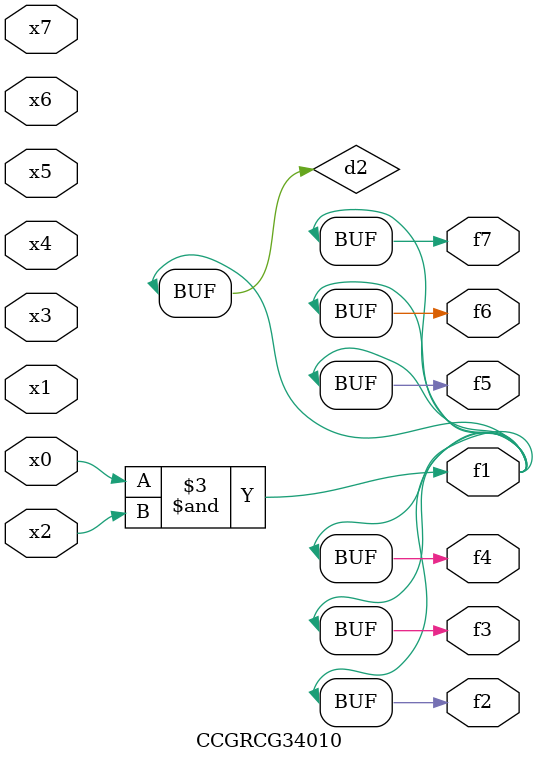
<source format=v>
module CCGRCG34010(
	input x0, x1, x2, x3, x4, x5, x6, x7,
	output f1, f2, f3, f4, f5, f6, f7
);

	wire d1, d2;

	nor (d1, x3, x6);
	and (d2, x0, x2);
	assign f1 = d2;
	assign f2 = d2;
	assign f3 = d2;
	assign f4 = d2;
	assign f5 = d2;
	assign f6 = d2;
	assign f7 = d2;
endmodule

</source>
